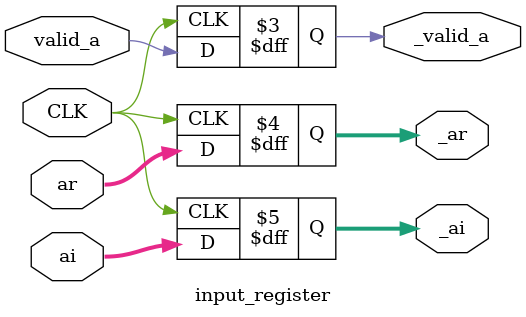
<source format=v>
module fft64sim;
   reg              CLK, RST, valid_a;
   reg signed [10:0] ar, ai;
   wire 	     valid_o;
   wire signed [10:0] xr, xi;
   wire 		   valid_d;
   wire signed [10:0] dr, di;
   wire signed [10:0] testar[0:63], testai[0:63], testxr[0:63], testxi[0:63];
   integer 	      i;
   wire 	      _valid_a;
   wire signed [10:0] _ar, _ai;
   
   assign testar[0] = 5;
   assign testai[0] = 15;
   assign testxr[0] = -83;
   assign testxi[0] = 440;
   assign testar[1] = 1;
   assign testai[1] = 3;
   assign testxr[1] = -7;
   assign testxi[1] = -6;
   assign testar[2] = -12;
   assign testai[2] = 3;
   assign testxr[2] = 64;
   assign testxi[2] = 59;
   assign testar[3] = -7;
   assign testai[3] = 11;
   assign testxr[3] = 28;
   assign testxi[3] = -7;
   assign testar[4] = 1;
   assign testai[4] = 11;
   assign testxr[4] = -15;
   assign testxi[4] = 10;
   assign testar[5] = 12;
   assign testai[5] = 7;
   assign testxr[5] = 19;
   assign testxi[5] = 70;
   assign testar[6] = -13;
   assign testai[6] = 5;
   assign testxr[6] = 43;
   assign testxi[6] = 92;
   assign testar[7] = -8;
   assign testai[7] = 14;
   assign testxr[7] = -62;
   assign testxi[7] = -31;
   assign testar[8] = 13;
   assign testai[8] = 4;
   assign testxr[8] = -50;
   assign testxi[8] = 47;
   assign testar[9] = -8;
   assign testai[9] = 1;
   assign testxr[9] = 7;
   assign testxi[9] = -13;
   assign testar[10] = 4;
   assign testai[10] = 5;
   assign testxr[10] = -55;
   assign testxi[10] = 33;
   assign testar[11] = 1;
   assign testai[11] = 11;
   assign testxr[11] = -42;
   assign testxi[11] = 9;
   assign testar[12] = -6;
   assign testai[12] = 2;
   assign testxr[12] = 38;
   assign testxi[12] = 116;
   assign testar[13] = -10;
   assign testai[13] = 10;
   assign testxr[13] = -44;
   assign testxi[13] = -67;
   assign testar[14] = 0;
   assign testai[14] = 6;
   assign testxr[14] = -25;
   assign testxi[14] = -10;
   assign testar[15] = -4;
   assign testai[15] = 4;
   assign testxr[15] = 79;
   assign testxi[15] = -85;
   assign testar[16] = -9;
   assign testai[16] = 7;
   assign testxr[16] = 18;
   assign testxi[16] = 47;
   assign testar[17] = -9;
   assign testai[17] = 3;
   assign testxr[17] = -77;
   assign testxi[17] = -45;
   assign testar[18] = -8;
   assign testai[18] = 12;
   assign testxr[18] = 70;
   assign testxi[18] = -54;
   assign testar[19] = -7;
   assign testai[19] = 11;
   assign testxr[19] = 38;
   assign testxi[19] = -58;
   assign testar[20] = 14;
   assign testai[20] = 0;
   assign testxr[20] = -44;
   assign testxi[20] = -7;
   assign testar[21] = 11;
   assign testai[21] = 2;
   assign testxr[21] = 31;
   assign testxi[21] = 46;
   assign testar[22] = 8;
   assign testai[22] = 2;
   assign testxr[22] = -74;
   assign testxi[22] = -17;
   assign testar[23] = -7;
   assign testai[23] = 12;
   assign testxr[23] = 71;
   assign testxi[23] = 20;
   assign testar[24] = -4;
   assign testai[24] = 0;
   assign testxr[24] = 13;
   assign testxi[24] = -5;
   assign testar[25] = 3;
   assign testai[25] = 11;
   assign testxr[25] = 53;
   assign testxi[25] = 56;
   assign testar[26] = -7;
   assign testai[26] = 4;
   assign testxr[26] = 49;
   assign testxi[26] = -52;
   assign testar[27] = 0;
   assign testai[27] = 4;
   assign testxr[27] = -40;
   assign testxi[27] = -64;
   assign testar[28] = -5;
   assign testai[28] = 15;
   assign testxr[28] = 12;
   assign testxi[28] = 15;
   assign testar[29] = -2;
   assign testai[29] = 7;
   assign testxr[29] = -2;
   assign testxi[29] = -10;
   assign testar[30] = 10;
   assign testai[30] = 2;
   assign testxr[30] = -53;
   assign testxi[30] = -61;
   assign testar[31] = 14;
   assign testai[31] = 7;
   assign testxr[31] = 124;
   assign testxi[31] = -25;
   assign testar[32] = -8;
   assign testai[32] = 7;
   assign testxr[32] = 99;
   assign testxi[32] = -16;
   assign testar[33] = -3;
   assign testai[33] = 10;
   assign testxr[33] = 49;
   assign testxi[33] = 37;
   assign testar[34] = -15;
   assign testai[34] = 0;
   assign testxr[34] = 4;
   assign testxi[34] = 49;
   assign testar[35] = -5;
   assign testai[35] = 9;
   assign testxr[35] = -20;
   assign testxi[35] = 119;
   assign testar[36] = 8;
   assign testai[36] = 4;
   assign testxr[36] = -66;
   assign testxi[36] = 33;
   assign testar[37] = -12;
   assign testai[37] = 9;
   assign testxr[37] = 75;
   assign testxi[37] = 89;
   assign testar[38] = -12;
   assign testai[38] = 13;
   assign testxr[38] = -52;
   assign testxi[38] = 81;
   assign testar[39] = 5;
   assign testai[39] = 13;
   assign testxr[39] = -5;
   assign testxi[39] = 0;
   assign testar[40] = 4;
   assign testai[40] = 13;
   assign testxr[40] = 20;
   assign testxi[40] = -17;
   assign testar[41] = -8;
   assign testai[41] = 2;
   assign testxr[41] = 86;
   assign testxi[41] = 6;
   assign testar[42] = 2;
   assign testai[42] = 15;
   assign testxr[42] = -62;
   assign testxi[42] = -23;
   assign testar[43] = 8;
   assign testai[43] = 4;
   assign testxr[43] = -24;
   assign testxi[43] = -58;
   assign testar[44] = -8;
   assign testai[44] = 15;
   assign testxr[44] = -61;
   assign testxi[44] = 121;
   assign testar[45] = -9;
   assign testai[45] = 1;
   assign testxr[45] = -41;
   assign testxi[45] = 68;
   assign testar[46] = -14;
   assign testai[46] = 5;
   assign testxr[46] = 10;
   assign testxi[46] = 102;
   assign testar[47] = 2;
   assign testai[47] = 14;
   assign testxr[47] = 0;
   assign testxi[47] = 3;
   assign testar[48] = 12;
   assign testai[48] = 11;
   assign testxr[48] = 162;
   assign testxi[48] = -7;
   assign testar[49] = -13;
   assign testai[49] = 4;
   assign testxr[49] = 92;
   assign testxi[49] = 109;
   assign testar[50] = 3;
   assign testai[50] = 2;
   assign testxr[50] = -65;
   assign testxi[50] = 39;
   assign testar[51] = 6;
   assign testai[51] = 11;
   assign testxr[51] = 54;
   assign testxi[51] = 35;
   assign testar[52] = 10;
   assign testai[52] = 8;
   assign testxr[52] = -12;
   assign testxi[52] = -112;
   assign testar[53] = -9;
   assign testai[53] = 1;
   assign testxr[53] = -41;
   assign testxi[53] = 6;
   assign testar[54] = -6;
   assign testai[54] = 9;
   assign testxr[54] = 2;
   assign testxi[54] = -14;
   assign testar[55] = -7;
   assign testai[55] = 15;
   assign testxr[55] = 79;
   assign testxi[55] = -30;
   assign testar[56] = 10;
   assign testai[56] = 2;
   assign testxr[56] = 5;
   assign testxi[56] = -17;
   assign testar[57] = -6;
   assign testai[57] = 4;
   assign testxr[57] = -63;
   assign testxi[57] = 77;
   assign testar[58] = 6;
   assign testai[58] = 1;
   assign testxr[58] = 68;
   assign testxi[58] = -108;
   assign testar[59] = -12;
   assign testai[59] = 4;
   assign testxr[59] = -50;
   assign testxi[59] = -13;
   assign testar[60] = 12;
   assign testai[60] = 2;
   assign testxr[60] = -37;
   assign testxi[60] = -7;
   assign testar[61] = 3;
   assign testai[61] = 3;
   assign testxr[61] = 5;
   assign testxi[61] = 43;
   assign testar[62] = 13;
   assign testai[62] = 12;
   assign testxr[62] = -18;
   assign testxi[62] = -53;
   assign testar[63] = -11;
   assign testai[63] = 6;
   assign testxr[63] = 41;
   assign testxi[63] = -23;
   
   fft64 fft64(CLK, RST, _valid_a, _ar, _ai, valid_o, xr, xi);
   ifft64 ifft64(CLK, RST, valid_o, xr, xi, valid_d, dr, di);
   input_register input_register(CLK, valid_a, ar, ai, _valid_a, _ar, _ai);

   initial begin
      $dumpfile("fft64.vcd");
      $dumpvars(0, fft64sim);
      CLK <= 1'b1;
      RST <= 1'b1;
      valid_a <= 1'b0;
      #10 RST <= 1'b0;
      #10 RST <= 1'b1;

      for (i = 0; i < 64; i = i + 1) begin
	 #10;
         valid_a <= 1'b1;
         ar <= testar[i];
         ai <= testai[i];
      end

      #10 valid_a <= 1'b0;

      $write("FFT Done\n");

      i = 0;
      while (i < 64) begin
         #10;
         if (valid_o == 1'b1) begin
            $write("xr[%2d] output=%4d expected=%4d xi[%2d] output=%4d expected=%4d", i, xr, testxr[i], i, xi, testxi[i]);
	    if ((xr == testxr[i] - 11'd3 || xr == testxr[i] - 11'd2 || xr == testxr[i] - 11'd1 || xr == testxr[i] || xr == testxr[i] + 11'd1 || xr == testxr[i] + 11'd2 || xr == testxr[i] + 11'd3) && (xi == testxi[i] - 11'd3 || xi == testxi[i] - 11'd2 || xi == testxi[i] - 11'd1 || xi == testxi[i] || xi == testxi[i] + 11'd1 || xi == testxi[i] + 11'd2 || xi == testxi[i] + 11'd3)) begin
	       $write(" OK\n");
	    end else begin
	       $write(" ERROR\n");
	    end
            i = i + 1;
         end
      end

      $write("IFFT Done\n");

      i = 0;
      while (i < 64) begin
         #10;
         if (valid_d == 1'b1) begin
            $write("dr[%2d] output=%4d expected=%4d di[%2d] output=%4d expected=%4d", i, dr, testar[i], i, di, testai[i]);
	    if ((dr == testar[i] - 11'd3 || dr == testar[i] - 11'd2 || dr == testar[i] - 11'd1 || dr == testar[i] || dr == testar[i] + 11'd1 || dr == testar[i] + 11'd2 || dr == testar[i] + 11'd3) && (di == testai[i] - 11'd3 || di == testai[i] - 11'd2 || di == testai[i] - 11'd1 || di == testai[i] || di == testai[i] + 11'd1 || di == testai[i] + 11'd2 || di == testai[i] + 11'd3)) begin
	       $write(" OK\n");
	    end else begin
	       $write(" INCORRECT\n");
	    end
            i = i + 1;
         end
      end

      #1000 $finish;
   end

   always begin
      #5 CLK <= ~CLK;
   end
endmodule

module input_register(CLK, valid_a, ar, ai, _valid_a, _ar, _ai);
   input CLK, valid_a;
   input signed [10:0] ar, ai;
   output reg	       _valid_a;
   output reg signed [10:0] _ar, _ai;
   
   always @(posedge CLK) begin
      _valid_a <= valid_a;
      _ar <= ar;
      _ai <= ai;
   end
endmodule

</source>
